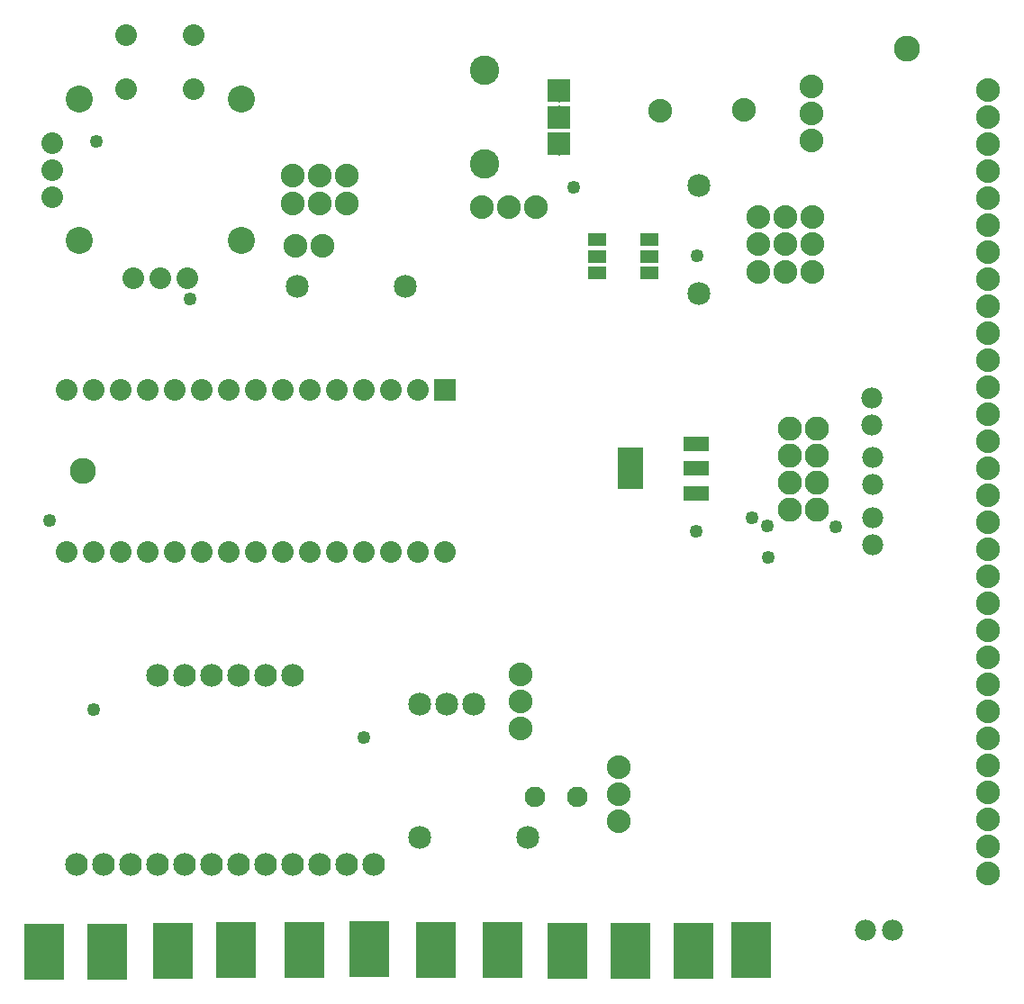
<source format=gts>
G04 MADE WITH FRITZING*
G04 WWW.FRITZING.ORG*
G04 DOUBLE SIDED*
G04 HOLES PLATED*
G04 CONTOUR ON CENTER OF CONTOUR VECTOR*
%ASAXBY*%
%FSLAX23Y23*%
%MOIN*%
%OFA0B0*%
%SFA1.0B1.0*%
%ADD10C,0.088000*%
%ADD11C,0.089370*%
%ADD12C,0.080000*%
%ADD13C,0.049370*%
%ADD14C,0.085000*%
%ADD15C,0.100000*%
%ADD16C,0.076000*%
%ADD17C,0.084000*%
%ADD18C,0.108740*%
%ADD19C,0.077559*%
%ADD20C,0.096614*%
%ADD21R,0.010156X0.010156*%
%ADD22R,0.098000X0.058000*%
%ADD23R,0.096614X0.151732*%
%ADD24R,0.080000X0.079972*%
%ADD25R,0.069056X0.049361*%
%ADD26R,0.069056X0.049389*%
%ADD27R,0.069056X0.049375*%
%ADD28R,0.149031X0.211451*%
%ADD29R,0.001000X0.001000*%
%LNMASK1*%
G90*
G70*
G54D10*
X3573Y3298D03*
X3573Y3198D03*
X3573Y3098D03*
X3573Y2998D03*
X3573Y2898D03*
X3573Y2798D03*
X3573Y2698D03*
X3573Y2598D03*
X3573Y2498D03*
X3573Y2398D03*
X3573Y2298D03*
X3573Y2198D03*
X3573Y2098D03*
X3573Y1998D03*
X3573Y1898D03*
X3573Y1798D03*
X3573Y1698D03*
X3573Y1598D03*
X3573Y1498D03*
X3573Y1398D03*
X3573Y1298D03*
X3573Y1198D03*
X3573Y1098D03*
X3573Y998D03*
X3573Y898D03*
X3573Y798D03*
X3573Y698D03*
X3573Y598D03*
X3573Y498D03*
X3573Y398D03*
G54D11*
X2938Y1747D03*
X2938Y1847D03*
X2938Y1947D03*
X2938Y2047D03*
X2938Y1747D03*
X2938Y1847D03*
X2938Y1947D03*
X2938Y2047D03*
X2838Y2047D03*
X2838Y1947D03*
X2838Y1847D03*
X2838Y1747D03*
G54D12*
X1563Y2189D03*
X1463Y2189D03*
X1363Y2189D03*
X1263Y2189D03*
X1163Y2189D03*
X1063Y2189D03*
X963Y2189D03*
X863Y2189D03*
X763Y2189D03*
X663Y2189D03*
X563Y2189D03*
X463Y2189D03*
X363Y2189D03*
X263Y2189D03*
X163Y2189D03*
X1563Y1589D03*
X1463Y1589D03*
X1363Y1589D03*
X1263Y1589D03*
X1163Y1589D03*
X1063Y1589D03*
X963Y1589D03*
X863Y1589D03*
X763Y1589D03*
X663Y1589D03*
X563Y1589D03*
X463Y1589D03*
X363Y1589D03*
X263Y1589D03*
X163Y1589D03*
G54D13*
X3008Y1683D03*
X2493Y1666D03*
G54D14*
X1469Y534D03*
X1869Y534D03*
X2501Y2947D03*
X2501Y2547D03*
G54D10*
X1107Y2723D03*
X1007Y2723D03*
G54D14*
X1467Y1026D03*
X1567Y1026D03*
X1667Y1026D03*
G54D15*
X207Y3267D03*
X807Y3267D03*
X807Y2742D03*
X207Y2742D03*
G54D12*
X607Y2604D03*
X507Y2604D03*
X407Y2604D03*
X107Y3004D03*
X107Y2904D03*
X107Y3104D03*
X632Y3304D03*
X382Y3304D03*
X382Y3504D03*
X632Y3504D03*
G54D15*
X207Y3267D03*
X807Y3267D03*
X807Y2742D03*
X207Y2742D03*
G54D12*
X607Y2604D03*
X507Y2604D03*
X407Y2604D03*
X107Y3004D03*
X107Y2904D03*
X107Y3104D03*
X632Y3304D03*
X382Y3304D03*
X382Y3504D03*
X632Y3504D03*
G54D16*
X1895Y682D03*
X2052Y682D03*
X1895Y682D03*
X2052Y682D03*
G54D17*
X797Y431D03*
X497Y1131D03*
X397Y431D03*
X997Y431D03*
X597Y431D03*
X197Y431D03*
X897Y431D03*
X697Y431D03*
X497Y431D03*
X297Y431D03*
X997Y1131D03*
X597Y1131D03*
X897Y1131D03*
X797Y1131D03*
X697Y1131D03*
X1297Y431D03*
X1197Y431D03*
X1097Y431D03*
G54D10*
X2923Y2626D03*
X2823Y2626D03*
X2723Y2626D03*
X2921Y2830D03*
X2821Y2830D03*
X2721Y2830D03*
X1198Y2984D03*
X1098Y2984D03*
X998Y2984D03*
X2668Y3226D03*
X2357Y3223D03*
X2917Y3312D03*
X2917Y3212D03*
X2917Y3112D03*
X2922Y2729D03*
X2822Y2729D03*
X2722Y2729D03*
X1198Y2880D03*
X1098Y2880D03*
X998Y2880D03*
X2205Y792D03*
X2205Y692D03*
X2205Y592D03*
X1897Y2866D03*
X1797Y2866D03*
X1697Y2866D03*
X1843Y1135D03*
X1843Y1035D03*
X1843Y935D03*
G54D17*
X1985Y3099D03*
X1985Y3198D03*
X1985Y3296D03*
G54D18*
X1709Y3025D03*
X1709Y3371D03*
G54D17*
X1985Y3099D03*
X1985Y3198D03*
X1985Y3296D03*
G54D18*
X1709Y3025D03*
X1709Y3371D03*
G54D14*
X1014Y2572D03*
X1414Y2572D03*
G54D13*
X263Y1007D03*
X1263Y901D03*
X99Y1707D03*
X617Y2527D03*
X2496Y2685D03*
X272Y3109D03*
X2039Y2940D03*
G54D19*
X3219Y190D03*
X3119Y190D03*
X3143Y2159D03*
X3143Y2059D03*
X3144Y1938D03*
X3144Y1838D03*
X3145Y1715D03*
X3145Y1615D03*
G54D13*
X2700Y1717D03*
X2759Y1570D03*
X2756Y1687D03*
G54D20*
X3273Y3452D03*
X222Y1890D03*
G54D21*
X2937Y1847D03*
X2937Y1947D03*
G54D22*
X2493Y1807D03*
X2493Y1898D03*
X2493Y1989D03*
G54D23*
X2249Y1898D03*
G54D24*
X1563Y2189D03*
G54D25*
X2125Y2747D03*
G54D26*
X2125Y2684D03*
G54D27*
X2125Y2621D03*
X2318Y2621D03*
G54D26*
X2318Y2684D03*
G54D25*
X2318Y2747D03*
G54D28*
X1527Y115D03*
X1776Y115D03*
X2694Y117D03*
X2483Y114D03*
X2015Y114D03*
X2250Y114D03*
X80Y110D03*
X312Y110D03*
X554Y113D03*
X1283Y118D03*
X790Y117D03*
X1043Y116D03*
G54D29*
X1943Y3338D02*
X2026Y3338D01*
X1943Y3337D02*
X2026Y3337D01*
X1943Y3336D02*
X2026Y3336D01*
X1943Y3335D02*
X2026Y3335D01*
X1943Y3334D02*
X2026Y3334D01*
X1943Y3333D02*
X2026Y3333D01*
X1943Y3332D02*
X2026Y3332D01*
X1943Y3331D02*
X2026Y3331D01*
X1943Y3330D02*
X2026Y3330D01*
X1943Y3329D02*
X2026Y3329D01*
X1943Y3328D02*
X2026Y3328D01*
X1943Y3327D02*
X2026Y3327D01*
X1943Y3326D02*
X2026Y3326D01*
X1943Y3325D02*
X2026Y3325D01*
X1943Y3324D02*
X2026Y3324D01*
X1943Y3323D02*
X2026Y3323D01*
X1943Y3322D02*
X2026Y3322D01*
X1943Y3321D02*
X2026Y3321D01*
X1943Y3320D02*
X2026Y3320D01*
X1943Y3319D02*
X2026Y3319D01*
X1943Y3318D02*
X2026Y3318D01*
X1943Y3317D02*
X2026Y3317D01*
X1943Y3316D02*
X2026Y3316D01*
X1943Y3315D02*
X2026Y3315D01*
X1943Y3314D02*
X2026Y3314D01*
X1943Y3313D02*
X2026Y3313D01*
X1943Y3312D02*
X2026Y3312D01*
X1943Y3311D02*
X1980Y3311D01*
X1988Y3311D02*
X2026Y3311D01*
X1943Y3310D02*
X1977Y3310D01*
X1991Y3310D02*
X2026Y3310D01*
X1943Y3309D02*
X1975Y3309D01*
X1993Y3309D02*
X2026Y3309D01*
X1943Y3308D02*
X1974Y3308D01*
X1994Y3308D02*
X2026Y3308D01*
X1943Y3307D02*
X1973Y3307D01*
X1995Y3307D02*
X2026Y3307D01*
X1943Y3306D02*
X1972Y3306D01*
X1996Y3306D02*
X2026Y3306D01*
X1943Y3305D02*
X1971Y3305D01*
X1997Y3305D02*
X2026Y3305D01*
X1943Y3304D02*
X1971Y3304D01*
X1997Y3304D02*
X2026Y3304D01*
X1943Y3303D02*
X1970Y3303D01*
X1998Y3303D02*
X2026Y3303D01*
X1943Y3302D02*
X1970Y3302D01*
X1998Y3302D02*
X2026Y3302D01*
X1943Y3301D02*
X1969Y3301D01*
X1999Y3301D02*
X2026Y3301D01*
X1943Y3300D02*
X1969Y3300D01*
X1999Y3300D02*
X2026Y3300D01*
X1943Y3299D02*
X1969Y3299D01*
X1999Y3299D02*
X2026Y3299D01*
X1943Y3298D02*
X1969Y3298D01*
X1999Y3298D02*
X2026Y3298D01*
X1943Y3297D02*
X1969Y3297D01*
X1999Y3297D02*
X2026Y3297D01*
X1943Y3296D02*
X1969Y3296D01*
X1999Y3296D02*
X2026Y3296D01*
X1943Y3295D02*
X1969Y3295D01*
X1999Y3295D02*
X2026Y3295D01*
X1943Y3294D02*
X1969Y3294D01*
X1999Y3294D02*
X2026Y3294D01*
X1943Y3293D02*
X1969Y3293D01*
X1999Y3293D02*
X2026Y3293D01*
X1943Y3292D02*
X1969Y3292D01*
X1999Y3292D02*
X2026Y3292D01*
X1943Y3291D02*
X1970Y3291D01*
X1998Y3291D02*
X2026Y3291D01*
X1943Y3290D02*
X1970Y3290D01*
X1998Y3290D02*
X2026Y3290D01*
X1943Y3289D02*
X1971Y3289D01*
X1997Y3289D02*
X2026Y3289D01*
X1943Y3288D02*
X1971Y3288D01*
X1997Y3288D02*
X2026Y3288D01*
X1943Y3287D02*
X1972Y3287D01*
X1996Y3287D02*
X2026Y3287D01*
X1943Y3286D02*
X1973Y3286D01*
X1995Y3286D02*
X2026Y3286D01*
X1943Y3285D02*
X1974Y3285D01*
X1994Y3285D02*
X2026Y3285D01*
X1943Y3284D02*
X1975Y3284D01*
X1993Y3284D02*
X2026Y3284D01*
X1943Y3283D02*
X1978Y3283D01*
X1991Y3283D02*
X2026Y3283D01*
X1943Y3282D02*
X1983Y3282D01*
X1985Y3282D02*
X2026Y3282D01*
X1943Y3281D02*
X2026Y3281D01*
X1943Y3280D02*
X2026Y3280D01*
X1943Y3279D02*
X2026Y3279D01*
X1943Y3278D02*
X2026Y3278D01*
X1943Y3277D02*
X2026Y3277D01*
X1943Y3276D02*
X2026Y3276D01*
X1943Y3275D02*
X2026Y3275D01*
X1943Y3274D02*
X2026Y3274D01*
X1943Y3273D02*
X2026Y3273D01*
X1943Y3272D02*
X2026Y3272D01*
X1943Y3271D02*
X2026Y3271D01*
X1943Y3270D02*
X2026Y3270D01*
X1943Y3269D02*
X2026Y3269D01*
X1943Y3268D02*
X2026Y3268D01*
X1943Y3267D02*
X2026Y3267D01*
X1943Y3266D02*
X2026Y3266D01*
X1943Y3265D02*
X2026Y3265D01*
X1943Y3264D02*
X2026Y3264D01*
X1943Y3263D02*
X2026Y3263D01*
X1943Y3262D02*
X2026Y3262D01*
X1943Y3261D02*
X2026Y3261D01*
X1943Y3260D02*
X2026Y3260D01*
X1943Y3259D02*
X2026Y3259D01*
X1943Y3258D02*
X2026Y3258D01*
X1943Y3257D02*
X2026Y3257D01*
X1943Y3256D02*
X2026Y3256D01*
X1943Y3255D02*
X2025Y3255D01*
X1943Y3240D02*
X2025Y3240D01*
X1943Y3239D02*
X2026Y3239D01*
X1943Y3238D02*
X2026Y3238D01*
X1943Y3237D02*
X2026Y3237D01*
X1943Y3236D02*
X2026Y3236D01*
X1943Y3235D02*
X2026Y3235D01*
X1943Y3234D02*
X2026Y3234D01*
X1943Y3233D02*
X2026Y3233D01*
X1943Y3232D02*
X2026Y3232D01*
X1943Y3231D02*
X2026Y3231D01*
X1943Y3230D02*
X2026Y3230D01*
X1943Y3229D02*
X2026Y3229D01*
X1943Y3228D02*
X2026Y3228D01*
X1943Y3227D02*
X2026Y3227D01*
X1943Y3226D02*
X2026Y3226D01*
X1943Y3225D02*
X2026Y3225D01*
X1943Y3224D02*
X2026Y3224D01*
X1943Y3223D02*
X2026Y3223D01*
X1943Y3222D02*
X2026Y3222D01*
X1943Y3221D02*
X2026Y3221D01*
X1943Y3220D02*
X2026Y3220D01*
X1943Y3219D02*
X2026Y3219D01*
X1943Y3218D02*
X2026Y3218D01*
X1943Y3217D02*
X2026Y3217D01*
X1943Y3216D02*
X2026Y3216D01*
X1943Y3215D02*
X2026Y3215D01*
X1943Y3214D02*
X2026Y3214D01*
X1943Y3213D02*
X2026Y3213D01*
X1943Y3212D02*
X1978Y3212D01*
X1990Y3212D02*
X2026Y3212D01*
X1943Y3211D02*
X1976Y3211D01*
X1992Y3211D02*
X2026Y3211D01*
X1943Y3210D02*
X1974Y3210D01*
X1994Y3210D02*
X2026Y3210D01*
X1943Y3209D02*
X1973Y3209D01*
X1995Y3209D02*
X2026Y3209D01*
X1943Y3208D02*
X1972Y3208D01*
X1996Y3208D02*
X2026Y3208D01*
X1943Y3207D02*
X1971Y3207D01*
X1997Y3207D02*
X2026Y3207D01*
X1943Y3206D02*
X1971Y3206D01*
X1997Y3206D02*
X2026Y3206D01*
X1943Y3205D02*
X1970Y3205D01*
X1998Y3205D02*
X2026Y3205D01*
X1943Y3204D02*
X1970Y3204D01*
X1998Y3204D02*
X2026Y3204D01*
X1943Y3203D02*
X1970Y3203D01*
X1998Y3203D02*
X2026Y3203D01*
X1943Y3202D02*
X1969Y3202D01*
X1999Y3202D02*
X2026Y3202D01*
X1943Y3201D02*
X1969Y3201D01*
X1999Y3201D02*
X2026Y3201D01*
X1943Y3200D02*
X1969Y3200D01*
X1999Y3200D02*
X2026Y3200D01*
X1943Y3199D02*
X1969Y3199D01*
X1999Y3199D02*
X2026Y3199D01*
X1943Y3198D02*
X1969Y3198D01*
X1999Y3198D02*
X2026Y3198D01*
X1943Y3197D02*
X1969Y3197D01*
X1999Y3197D02*
X2026Y3197D01*
X1943Y3196D02*
X1969Y3196D01*
X1999Y3196D02*
X2026Y3196D01*
X1943Y3195D02*
X1969Y3195D01*
X1999Y3195D02*
X2026Y3195D01*
X1943Y3194D02*
X1969Y3194D01*
X1999Y3194D02*
X2026Y3194D01*
X1943Y3193D02*
X1970Y3193D01*
X1998Y3193D02*
X2026Y3193D01*
X1943Y3192D02*
X1970Y3192D01*
X1998Y3192D02*
X2026Y3192D01*
X1943Y3191D02*
X1970Y3191D01*
X1998Y3191D02*
X2026Y3191D01*
X1943Y3190D02*
X1971Y3190D01*
X1997Y3190D02*
X2026Y3190D01*
X1943Y3189D02*
X1972Y3189D01*
X1996Y3189D02*
X2026Y3189D01*
X1943Y3188D02*
X1972Y3188D01*
X1996Y3188D02*
X2026Y3188D01*
X1943Y3187D02*
X1974Y3187D01*
X1994Y3187D02*
X2026Y3187D01*
X1943Y3186D02*
X1975Y3186D01*
X1993Y3186D02*
X2026Y3186D01*
X1943Y3185D02*
X1977Y3185D01*
X1991Y3185D02*
X2026Y3185D01*
X1943Y3184D02*
X1980Y3184D01*
X1988Y3184D02*
X2026Y3184D01*
X1943Y3183D02*
X2026Y3183D01*
X1943Y3182D02*
X2026Y3182D01*
X1943Y3181D02*
X2026Y3181D01*
X1943Y3180D02*
X2026Y3180D01*
X1943Y3179D02*
X2026Y3179D01*
X1943Y3178D02*
X2026Y3178D01*
X1943Y3177D02*
X2026Y3177D01*
X1943Y3176D02*
X2026Y3176D01*
X1943Y3175D02*
X2026Y3175D01*
X1943Y3174D02*
X2026Y3174D01*
X1943Y3173D02*
X2026Y3173D01*
X1943Y3172D02*
X2026Y3172D01*
X1943Y3171D02*
X2026Y3171D01*
X1943Y3170D02*
X2026Y3170D01*
X1943Y3169D02*
X2026Y3169D01*
X1943Y3168D02*
X2026Y3168D01*
X1943Y3167D02*
X2026Y3167D01*
X1943Y3166D02*
X2026Y3166D01*
X1943Y3165D02*
X2026Y3165D01*
X1943Y3164D02*
X2026Y3164D01*
X1943Y3163D02*
X2026Y3163D01*
X1943Y3162D02*
X2026Y3162D01*
X1943Y3161D02*
X2026Y3161D01*
X1943Y3160D02*
X2026Y3160D01*
X1943Y3159D02*
X2026Y3159D01*
X1943Y3158D02*
X2026Y3158D01*
X1943Y3157D02*
X2026Y3157D01*
X1943Y3141D02*
X2026Y3141D01*
X1943Y3140D02*
X2026Y3140D01*
X1943Y3139D02*
X2026Y3139D01*
X1943Y3138D02*
X2026Y3138D01*
X1943Y3137D02*
X2026Y3137D01*
X1943Y3136D02*
X2026Y3136D01*
X1943Y3135D02*
X2026Y3135D01*
X1943Y3134D02*
X2026Y3134D01*
X1943Y3133D02*
X2026Y3133D01*
X1943Y3132D02*
X2026Y3132D01*
X1943Y3131D02*
X2026Y3131D01*
X1943Y3130D02*
X2026Y3130D01*
X1943Y3129D02*
X2026Y3129D01*
X1943Y3128D02*
X2026Y3128D01*
X1943Y3127D02*
X2026Y3127D01*
X1943Y3126D02*
X2026Y3126D01*
X1943Y3125D02*
X2026Y3125D01*
X1943Y3124D02*
X2026Y3124D01*
X1943Y3123D02*
X2026Y3123D01*
X1943Y3122D02*
X2026Y3122D01*
X1943Y3121D02*
X2026Y3121D01*
X1943Y3120D02*
X2026Y3120D01*
X1943Y3119D02*
X2026Y3119D01*
X1943Y3118D02*
X2026Y3118D01*
X1943Y3117D02*
X2026Y3117D01*
X1943Y3116D02*
X2026Y3116D01*
X1943Y3115D02*
X2026Y3115D01*
X1943Y3114D02*
X1980Y3114D01*
X1988Y3114D02*
X2026Y3114D01*
X1943Y3113D02*
X1977Y3113D01*
X1991Y3113D02*
X2026Y3113D01*
X1943Y3112D02*
X1975Y3112D01*
X1993Y3112D02*
X2026Y3112D01*
X1943Y3111D02*
X1974Y3111D01*
X1994Y3111D02*
X2026Y3111D01*
X1943Y3110D02*
X1973Y3110D01*
X1995Y3110D02*
X2026Y3110D01*
X1943Y3109D02*
X1972Y3109D01*
X1996Y3109D02*
X2026Y3109D01*
X1943Y3108D02*
X1971Y3108D01*
X1997Y3108D02*
X2026Y3108D01*
X1943Y3107D02*
X1971Y3107D01*
X1997Y3107D02*
X2026Y3107D01*
X1943Y3106D02*
X1970Y3106D01*
X1998Y3106D02*
X2026Y3106D01*
X1943Y3105D02*
X1970Y3105D01*
X1998Y3105D02*
X2026Y3105D01*
X1943Y3104D02*
X1969Y3104D01*
X1999Y3104D02*
X2026Y3104D01*
X1943Y3103D02*
X1969Y3103D01*
X1999Y3103D02*
X2026Y3103D01*
X1943Y3102D02*
X1969Y3102D01*
X1999Y3102D02*
X2026Y3102D01*
X1943Y3101D02*
X1969Y3101D01*
X1999Y3101D02*
X2026Y3101D01*
X1943Y3100D02*
X1969Y3100D01*
X1999Y3100D02*
X2026Y3100D01*
X1943Y3099D02*
X1969Y3099D01*
X1999Y3099D02*
X2026Y3099D01*
X1943Y3098D02*
X1969Y3098D01*
X1999Y3098D02*
X2026Y3098D01*
X1943Y3097D02*
X1969Y3097D01*
X1999Y3097D02*
X2026Y3097D01*
X1943Y3096D02*
X1969Y3096D01*
X1999Y3096D02*
X2026Y3096D01*
X1943Y3095D02*
X1970Y3095D01*
X1998Y3095D02*
X2026Y3095D01*
X1943Y3094D02*
X1970Y3094D01*
X1998Y3094D02*
X2026Y3094D01*
X1943Y3093D02*
X1970Y3093D01*
X1998Y3093D02*
X2026Y3093D01*
X1943Y3092D02*
X1971Y3092D01*
X1997Y3092D02*
X2026Y3092D01*
X1943Y3091D02*
X1971Y3091D01*
X1997Y3091D02*
X2026Y3091D01*
X1943Y3090D02*
X1972Y3090D01*
X1996Y3090D02*
X2026Y3090D01*
X1943Y3089D02*
X1973Y3089D01*
X1995Y3089D02*
X2026Y3089D01*
X1943Y3088D02*
X1974Y3088D01*
X1994Y3088D02*
X2026Y3088D01*
X1943Y3087D02*
X1976Y3087D01*
X1992Y3087D02*
X2026Y3087D01*
X1943Y3086D02*
X1978Y3086D01*
X1990Y3086D02*
X2026Y3086D01*
X1943Y3085D02*
X2026Y3085D01*
X1943Y3084D02*
X2026Y3084D01*
X1943Y3083D02*
X2026Y3083D01*
X1943Y3082D02*
X2026Y3082D01*
X1943Y3081D02*
X2026Y3081D01*
X1943Y3080D02*
X2026Y3080D01*
X1943Y3079D02*
X2026Y3079D01*
X1943Y3078D02*
X2026Y3078D01*
X1943Y3077D02*
X2026Y3077D01*
X1943Y3076D02*
X2026Y3076D01*
X1943Y3075D02*
X2026Y3075D01*
X1943Y3074D02*
X2026Y3074D01*
X1943Y3073D02*
X2026Y3073D01*
X1943Y3072D02*
X2026Y3072D01*
X1943Y3071D02*
X2026Y3071D01*
X1943Y3070D02*
X2026Y3070D01*
X1943Y3069D02*
X2026Y3069D01*
X1943Y3068D02*
X2026Y3068D01*
X1943Y3067D02*
X2026Y3067D01*
X1943Y3066D02*
X2026Y3066D01*
X1943Y3065D02*
X2026Y3065D01*
X1943Y3064D02*
X2026Y3064D01*
X1943Y3063D02*
X2026Y3063D01*
X1943Y3062D02*
X2026Y3062D01*
X1943Y3061D02*
X2026Y3061D01*
X1943Y3060D02*
X2026Y3060D01*
X1943Y3059D02*
X2026Y3059D01*
X1943Y3058D02*
X2025Y3058D01*
D02*
G04 End of Mask1*
M02*
</source>
